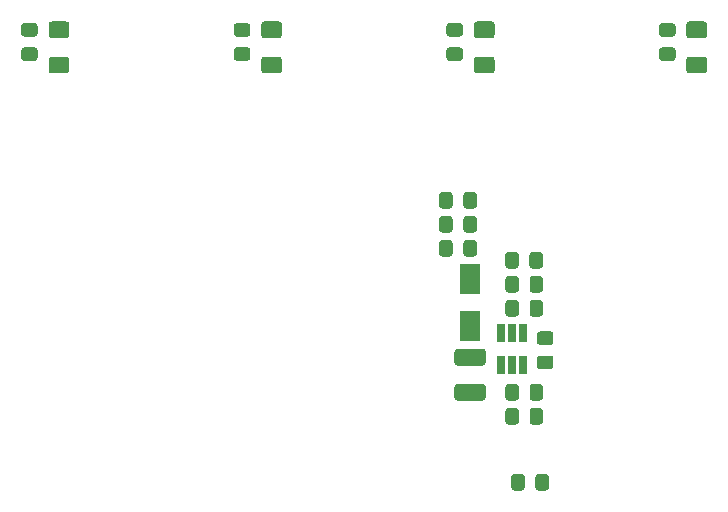
<source format=gbr>
%TF.GenerationSoftware,KiCad,Pcbnew,(5.1.6)-1*%
%TF.CreationDate,2021-04-28T12:46:05+02:00*%
%TF.ProjectId,combi_indicator,636f6d62-695f-4696-9e64-696361746f72,rev?*%
%TF.SameCoordinates,Original*%
%TF.FileFunction,Paste,Bot*%
%TF.FilePolarity,Positive*%
%FSLAX46Y46*%
G04 Gerber Fmt 4.6, Leading zero omitted, Abs format (unit mm)*
G04 Created by KiCad (PCBNEW (5.1.6)-1) date 2021-04-28 12:46:05*
%MOMM*%
%LPD*%
G01*
G04 APERTURE LIST*
%ADD10R,1.800000X2.500000*%
%ADD11R,0.650000X1.560000*%
G04 APERTURE END LIST*
%TO.C,R13*%
G36*
G01*
X108841000Y-102990001D02*
X108841000Y-102089999D01*
G75*
G02*
X109090999Y-101840000I249999J0D01*
G01*
X109741001Y-101840000D01*
G75*
G02*
X109991000Y-102089999I0J-249999D01*
G01*
X109991000Y-102990001D01*
G75*
G02*
X109741001Y-103240000I-249999J0D01*
G01*
X109090999Y-103240000D01*
G75*
G02*
X108841000Y-102990001I0J249999D01*
G01*
G37*
G36*
G01*
X106791000Y-102990001D02*
X106791000Y-102089999D01*
G75*
G02*
X107040999Y-101840000I249999J0D01*
G01*
X107691001Y-101840000D01*
G75*
G02*
X107941000Y-102089999I0J-249999D01*
G01*
X107941000Y-102990001D01*
G75*
G02*
X107691001Y-103240000I-249999J0D01*
G01*
X107040999Y-103240000D01*
G75*
G02*
X106791000Y-102990001I0J249999D01*
G01*
G37*
%TD*%
%TO.C,C1*%
G36*
G01*
X107941000Y-111233999D02*
X107941000Y-112134001D01*
G75*
G02*
X107691001Y-112384000I-249999J0D01*
G01*
X107040999Y-112384000D01*
G75*
G02*
X106791000Y-112134001I0J249999D01*
G01*
X106791000Y-111233999D01*
G75*
G02*
X107040999Y-110984000I249999J0D01*
G01*
X107691001Y-110984000D01*
G75*
G02*
X107941000Y-111233999I0J-249999D01*
G01*
G37*
G36*
G01*
X109991000Y-111233999D02*
X109991000Y-112134001D01*
G75*
G02*
X109741001Y-112384000I-249999J0D01*
G01*
X109090999Y-112384000D01*
G75*
G02*
X108841000Y-112134001I0J249999D01*
G01*
X108841000Y-111233999D01*
G75*
G02*
X109090999Y-110984000I249999J0D01*
G01*
X109741001Y-110984000D01*
G75*
G02*
X109991000Y-111233999I0J-249999D01*
G01*
G37*
%TD*%
%TO.C,R12*%
G36*
G01*
X108832000Y-100958001D02*
X108832000Y-100057999D01*
G75*
G02*
X109081999Y-99808000I249999J0D01*
G01*
X109732001Y-99808000D01*
G75*
G02*
X109982000Y-100057999I0J-249999D01*
G01*
X109982000Y-100958001D01*
G75*
G02*
X109732001Y-101208000I-249999J0D01*
G01*
X109081999Y-101208000D01*
G75*
G02*
X108832000Y-100958001I0J249999D01*
G01*
G37*
G36*
G01*
X106782000Y-100958001D02*
X106782000Y-100057999D01*
G75*
G02*
X107031999Y-99808000I249999J0D01*
G01*
X107682001Y-99808000D01*
G75*
G02*
X107932000Y-100057999I0J-249999D01*
G01*
X107932000Y-100958001D01*
G75*
G02*
X107682001Y-101208000I-249999J0D01*
G01*
X107031999Y-101208000D01*
G75*
G02*
X106782000Y-100958001I0J249999D01*
G01*
G37*
%TD*%
%TO.C,C5*%
G36*
G01*
X108841000Y-114166001D02*
X108841000Y-113265999D01*
G75*
G02*
X109090999Y-113016000I249999J0D01*
G01*
X109741001Y-113016000D01*
G75*
G02*
X109991000Y-113265999I0J-249999D01*
G01*
X109991000Y-114166001D01*
G75*
G02*
X109741001Y-114416000I-249999J0D01*
G01*
X109090999Y-114416000D01*
G75*
G02*
X108841000Y-114166001I0J249999D01*
G01*
G37*
G36*
G01*
X106791000Y-114166001D02*
X106791000Y-113265999D01*
G75*
G02*
X107040999Y-113016000I249999J0D01*
G01*
X107691001Y-113016000D01*
G75*
G02*
X107941000Y-113265999I0J-249999D01*
G01*
X107941000Y-114166001D01*
G75*
G02*
X107691001Y-114416000I-249999J0D01*
G01*
X107040999Y-114416000D01*
G75*
G02*
X106791000Y-114166001I0J249999D01*
G01*
G37*
%TD*%
%TO.C,L1*%
G36*
G01*
X104885000Y-109421500D02*
X102735000Y-109421500D01*
G75*
G02*
X102485000Y-109171500I0J250000D01*
G01*
X102485000Y-108246500D01*
G75*
G02*
X102735000Y-107996500I250000J0D01*
G01*
X104885000Y-107996500D01*
G75*
G02*
X105135000Y-108246500I0J-250000D01*
G01*
X105135000Y-109171500D01*
G75*
G02*
X104885000Y-109421500I-250000J0D01*
G01*
G37*
G36*
G01*
X104885000Y-112396500D02*
X102735000Y-112396500D01*
G75*
G02*
X102485000Y-112146500I0J250000D01*
G01*
X102485000Y-111221500D01*
G75*
G02*
X102735000Y-110971500I250000J0D01*
G01*
X104885000Y-110971500D01*
G75*
G02*
X105135000Y-111221500I0J-250000D01*
G01*
X105135000Y-112146500D01*
G75*
G02*
X104885000Y-112396500I-250000J0D01*
G01*
G37*
%TD*%
D10*
%TO.C,D13*%
X103810000Y-106064000D03*
X103810000Y-102064000D03*
%TD*%
%TO.C,C4*%
G36*
G01*
X103235000Y-95878001D02*
X103235000Y-94977999D01*
G75*
G02*
X103484999Y-94728000I249999J0D01*
G01*
X104135001Y-94728000D01*
G75*
G02*
X104385000Y-94977999I0J-249999D01*
G01*
X104385000Y-95878001D01*
G75*
G02*
X104135001Y-96128000I-249999J0D01*
G01*
X103484999Y-96128000D01*
G75*
G02*
X103235000Y-95878001I0J249999D01*
G01*
G37*
G36*
G01*
X101185000Y-95878001D02*
X101185000Y-94977999D01*
G75*
G02*
X101434999Y-94728000I249999J0D01*
G01*
X102085001Y-94728000D01*
G75*
G02*
X102335000Y-94977999I0J-249999D01*
G01*
X102335000Y-95878001D01*
G75*
G02*
X102085001Y-96128000I-249999J0D01*
G01*
X101434999Y-96128000D01*
G75*
G02*
X101185000Y-95878001I0J249999D01*
G01*
G37*
%TD*%
D11*
%TO.C,U1*%
X107366000Y-109398000D03*
X106416000Y-109398000D03*
X108316000Y-109398000D03*
X108316000Y-106698000D03*
X107366000Y-106698000D03*
X106416000Y-106698000D03*
%TD*%
%TO.C,R11*%
G36*
G01*
X107941000Y-104121999D02*
X107941000Y-105022001D01*
G75*
G02*
X107691001Y-105272000I-249999J0D01*
G01*
X107040999Y-105272000D01*
G75*
G02*
X106791000Y-105022001I0J249999D01*
G01*
X106791000Y-104121999D01*
G75*
G02*
X107040999Y-103872000I249999J0D01*
G01*
X107691001Y-103872000D01*
G75*
G02*
X107941000Y-104121999I0J-249999D01*
G01*
G37*
G36*
G01*
X109991000Y-104121999D02*
X109991000Y-105022001D01*
G75*
G02*
X109741001Y-105272000I-249999J0D01*
G01*
X109090999Y-105272000D01*
G75*
G02*
X108841000Y-105022001I0J249999D01*
G01*
X108841000Y-104121999D01*
G75*
G02*
X109090999Y-103872000I249999J0D01*
G01*
X109741001Y-103872000D01*
G75*
G02*
X109991000Y-104121999I0J-249999D01*
G01*
G37*
%TD*%
%TO.C,R10*%
G36*
G01*
X110610001Y-107678000D02*
X109709999Y-107678000D01*
G75*
G02*
X109460000Y-107428001I0J249999D01*
G01*
X109460000Y-106777999D01*
G75*
G02*
X109709999Y-106528000I249999J0D01*
G01*
X110610001Y-106528000D01*
G75*
G02*
X110860000Y-106777999I0J-249999D01*
G01*
X110860000Y-107428001D01*
G75*
G02*
X110610001Y-107678000I-249999J0D01*
G01*
G37*
G36*
G01*
X110610001Y-109728000D02*
X109709999Y-109728000D01*
G75*
G02*
X109460000Y-109478001I0J249999D01*
G01*
X109460000Y-108827999D01*
G75*
G02*
X109709999Y-108578000I249999J0D01*
G01*
X110610001Y-108578000D01*
G75*
G02*
X110860000Y-108827999I0J-249999D01*
G01*
X110860000Y-109478001D01*
G75*
G02*
X110610001Y-109728000I-249999J0D01*
G01*
G37*
%TD*%
%TO.C,R9*%
G36*
G01*
X109340000Y-119754001D02*
X109340000Y-118853999D01*
G75*
G02*
X109589999Y-118604000I249999J0D01*
G01*
X110240001Y-118604000D01*
G75*
G02*
X110490000Y-118853999I0J-249999D01*
G01*
X110490000Y-119754001D01*
G75*
G02*
X110240001Y-120004000I-249999J0D01*
G01*
X109589999Y-120004000D01*
G75*
G02*
X109340000Y-119754001I0J249999D01*
G01*
G37*
G36*
G01*
X107290000Y-119754001D02*
X107290000Y-118853999D01*
G75*
G02*
X107539999Y-118604000I249999J0D01*
G01*
X108190001Y-118604000D01*
G75*
G02*
X108440000Y-118853999I0J-249999D01*
G01*
X108440000Y-119754001D01*
G75*
G02*
X108190001Y-120004000I-249999J0D01*
G01*
X107539999Y-120004000D01*
G75*
G02*
X107290000Y-119754001I0J249999D01*
G01*
G37*
%TD*%
%TO.C,C3*%
G36*
G01*
X102335000Y-99041999D02*
X102335000Y-99942001D01*
G75*
G02*
X102085001Y-100192000I-249999J0D01*
G01*
X101434999Y-100192000D01*
G75*
G02*
X101185000Y-99942001I0J249999D01*
G01*
X101185000Y-99041999D01*
G75*
G02*
X101434999Y-98792000I249999J0D01*
G01*
X102085001Y-98792000D01*
G75*
G02*
X102335000Y-99041999I0J-249999D01*
G01*
G37*
G36*
G01*
X104385000Y-99041999D02*
X104385000Y-99942001D01*
G75*
G02*
X104135001Y-100192000I-249999J0D01*
G01*
X103484999Y-100192000D01*
G75*
G02*
X103235000Y-99942001I0J249999D01*
G01*
X103235000Y-99041999D01*
G75*
G02*
X103484999Y-98792000I249999J0D01*
G01*
X104135001Y-98792000D01*
G75*
G02*
X104385000Y-99041999I0J-249999D01*
G01*
G37*
%TD*%
%TO.C,C2*%
G36*
G01*
X102335000Y-97009999D02*
X102335000Y-97910001D01*
G75*
G02*
X102085001Y-98160000I-249999J0D01*
G01*
X101434999Y-98160000D01*
G75*
G02*
X101185000Y-97910001I0J249999D01*
G01*
X101185000Y-97009999D01*
G75*
G02*
X101434999Y-96760000I249999J0D01*
G01*
X102085001Y-96760000D01*
G75*
G02*
X102335000Y-97009999I0J-249999D01*
G01*
G37*
G36*
G01*
X104385000Y-97009999D02*
X104385000Y-97910001D01*
G75*
G02*
X104135001Y-98160000I-249999J0D01*
G01*
X103484999Y-98160000D01*
G75*
G02*
X103235000Y-97910001I0J249999D01*
G01*
X103235000Y-97009999D01*
G75*
G02*
X103484999Y-96760000I249999J0D01*
G01*
X104135001Y-96760000D01*
G75*
G02*
X104385000Y-97009999I0J-249999D01*
G01*
G37*
%TD*%
%TO.C,R8*%
G36*
G01*
X123625000Y-81712500D02*
X122375000Y-81712500D01*
G75*
G02*
X122125000Y-81462500I0J250000D01*
G01*
X122125000Y-80537500D01*
G75*
G02*
X122375000Y-80287500I250000J0D01*
G01*
X123625000Y-80287500D01*
G75*
G02*
X123875000Y-80537500I0J-250000D01*
G01*
X123875000Y-81462500D01*
G75*
G02*
X123625000Y-81712500I-250000J0D01*
G01*
G37*
G36*
G01*
X123625000Y-84687500D02*
X122375000Y-84687500D01*
G75*
G02*
X122125000Y-84437500I0J250000D01*
G01*
X122125000Y-83512500D01*
G75*
G02*
X122375000Y-83262500I250000J0D01*
G01*
X123625000Y-83262500D01*
G75*
G02*
X123875000Y-83512500I0J-250000D01*
G01*
X123875000Y-84437500D01*
G75*
G02*
X123625000Y-84687500I-250000J0D01*
G01*
G37*
%TD*%
%TO.C,R7*%
G36*
G01*
X105625000Y-81712500D02*
X104375000Y-81712500D01*
G75*
G02*
X104125000Y-81462500I0J250000D01*
G01*
X104125000Y-80537500D01*
G75*
G02*
X104375000Y-80287500I250000J0D01*
G01*
X105625000Y-80287500D01*
G75*
G02*
X105875000Y-80537500I0J-250000D01*
G01*
X105875000Y-81462500D01*
G75*
G02*
X105625000Y-81712500I-250000J0D01*
G01*
G37*
G36*
G01*
X105625000Y-84687500D02*
X104375000Y-84687500D01*
G75*
G02*
X104125000Y-84437500I0J250000D01*
G01*
X104125000Y-83512500D01*
G75*
G02*
X104375000Y-83262500I250000J0D01*
G01*
X105625000Y-83262500D01*
G75*
G02*
X105875000Y-83512500I0J-250000D01*
G01*
X105875000Y-84437500D01*
G75*
G02*
X105625000Y-84687500I-250000J0D01*
G01*
G37*
%TD*%
%TO.C,R6*%
G36*
G01*
X87625000Y-81712500D02*
X86375000Y-81712500D01*
G75*
G02*
X86125000Y-81462500I0J250000D01*
G01*
X86125000Y-80537500D01*
G75*
G02*
X86375000Y-80287500I250000J0D01*
G01*
X87625000Y-80287500D01*
G75*
G02*
X87875000Y-80537500I0J-250000D01*
G01*
X87875000Y-81462500D01*
G75*
G02*
X87625000Y-81712500I-250000J0D01*
G01*
G37*
G36*
G01*
X87625000Y-84687500D02*
X86375000Y-84687500D01*
G75*
G02*
X86125000Y-84437500I0J250000D01*
G01*
X86125000Y-83512500D01*
G75*
G02*
X86375000Y-83262500I250000J0D01*
G01*
X87625000Y-83262500D01*
G75*
G02*
X87875000Y-83512500I0J-250000D01*
G01*
X87875000Y-84437500D01*
G75*
G02*
X87625000Y-84687500I-250000J0D01*
G01*
G37*
%TD*%
%TO.C,R5*%
G36*
G01*
X69625000Y-81712500D02*
X68375000Y-81712500D01*
G75*
G02*
X68125000Y-81462500I0J250000D01*
G01*
X68125000Y-80537500D01*
G75*
G02*
X68375000Y-80287500I250000J0D01*
G01*
X69625000Y-80287500D01*
G75*
G02*
X69875000Y-80537500I0J-250000D01*
G01*
X69875000Y-81462500D01*
G75*
G02*
X69625000Y-81712500I-250000J0D01*
G01*
G37*
G36*
G01*
X69625000Y-84687500D02*
X68375000Y-84687500D01*
G75*
G02*
X68125000Y-84437500I0J250000D01*
G01*
X68125000Y-83512500D01*
G75*
G02*
X68375000Y-83262500I250000J0D01*
G01*
X69625000Y-83262500D01*
G75*
G02*
X69875000Y-83512500I0J-250000D01*
G01*
X69875000Y-84437500D01*
G75*
G02*
X69625000Y-84687500I-250000J0D01*
G01*
G37*
%TD*%
%TO.C,R4*%
G36*
G01*
X120950001Y-83625000D02*
X120049999Y-83625000D01*
G75*
G02*
X119800000Y-83375001I0J249999D01*
G01*
X119800000Y-82724999D01*
G75*
G02*
X120049999Y-82475000I249999J0D01*
G01*
X120950001Y-82475000D01*
G75*
G02*
X121200000Y-82724999I0J-249999D01*
G01*
X121200000Y-83375001D01*
G75*
G02*
X120950001Y-83625000I-249999J0D01*
G01*
G37*
G36*
G01*
X120950001Y-81575000D02*
X120049999Y-81575000D01*
G75*
G02*
X119800000Y-81325001I0J249999D01*
G01*
X119800000Y-80674999D01*
G75*
G02*
X120049999Y-80425000I249999J0D01*
G01*
X120950001Y-80425000D01*
G75*
G02*
X121200000Y-80674999I0J-249999D01*
G01*
X121200000Y-81325001D01*
G75*
G02*
X120950001Y-81575000I-249999J0D01*
G01*
G37*
%TD*%
%TO.C,R3*%
G36*
G01*
X102950001Y-81575000D02*
X102049999Y-81575000D01*
G75*
G02*
X101800000Y-81325001I0J249999D01*
G01*
X101800000Y-80674999D01*
G75*
G02*
X102049999Y-80425000I249999J0D01*
G01*
X102950001Y-80425000D01*
G75*
G02*
X103200000Y-80674999I0J-249999D01*
G01*
X103200000Y-81325001D01*
G75*
G02*
X102950001Y-81575000I-249999J0D01*
G01*
G37*
G36*
G01*
X102950001Y-83625000D02*
X102049999Y-83625000D01*
G75*
G02*
X101800000Y-83375001I0J249999D01*
G01*
X101800000Y-82724999D01*
G75*
G02*
X102049999Y-82475000I249999J0D01*
G01*
X102950001Y-82475000D01*
G75*
G02*
X103200000Y-82724999I0J-249999D01*
G01*
X103200000Y-83375001D01*
G75*
G02*
X102950001Y-83625000I-249999J0D01*
G01*
G37*
%TD*%
%TO.C,R2*%
G36*
G01*
X84950001Y-81575000D02*
X84049999Y-81575000D01*
G75*
G02*
X83800000Y-81325001I0J249999D01*
G01*
X83800000Y-80674999D01*
G75*
G02*
X84049999Y-80425000I249999J0D01*
G01*
X84950001Y-80425000D01*
G75*
G02*
X85200000Y-80674999I0J-249999D01*
G01*
X85200000Y-81325001D01*
G75*
G02*
X84950001Y-81575000I-249999J0D01*
G01*
G37*
G36*
G01*
X84950001Y-83625000D02*
X84049999Y-83625000D01*
G75*
G02*
X83800000Y-83375001I0J249999D01*
G01*
X83800000Y-82724999D01*
G75*
G02*
X84049999Y-82475000I249999J0D01*
G01*
X84950001Y-82475000D01*
G75*
G02*
X85200000Y-82724999I0J-249999D01*
G01*
X85200000Y-83375001D01*
G75*
G02*
X84950001Y-83625000I-249999J0D01*
G01*
G37*
%TD*%
%TO.C,R1*%
G36*
G01*
X66950001Y-81575000D02*
X66049999Y-81575000D01*
G75*
G02*
X65800000Y-81325001I0J249999D01*
G01*
X65800000Y-80674999D01*
G75*
G02*
X66049999Y-80425000I249999J0D01*
G01*
X66950001Y-80425000D01*
G75*
G02*
X67200000Y-80674999I0J-249999D01*
G01*
X67200000Y-81325001D01*
G75*
G02*
X66950001Y-81575000I-249999J0D01*
G01*
G37*
G36*
G01*
X66950001Y-83625000D02*
X66049999Y-83625000D01*
G75*
G02*
X65800000Y-83375001I0J249999D01*
G01*
X65800000Y-82724999D01*
G75*
G02*
X66049999Y-82475000I249999J0D01*
G01*
X66950001Y-82475000D01*
G75*
G02*
X67200000Y-82724999I0J-249999D01*
G01*
X67200000Y-83375001D01*
G75*
G02*
X66950001Y-83625000I-249999J0D01*
G01*
G37*
%TD*%
M02*

</source>
